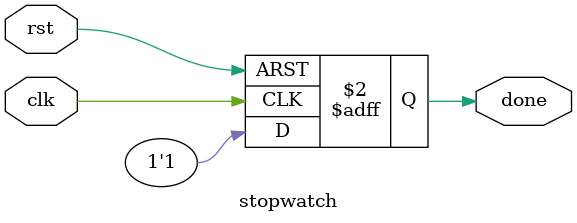
<source format=v>

module stopwatch(input clk, input rst, output reg done);
    always @(posedge clk or posedge rst) begin
        if (rst)
            done <= 0;
        else
            done <= 1;
    end
endmodule

</source>
